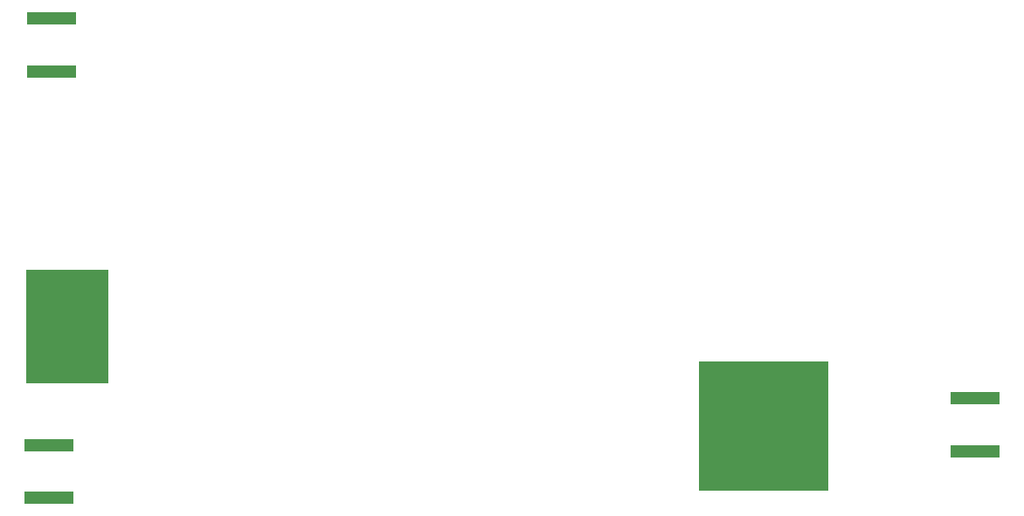
<source format=gbp>
G04 Layer: BottomPasteMaskLayer*
G04 EasyEDA v6.5.51, 2025-10-24 11:51:23*
G04 97615f8f373a41e584ce2743ba089a90,41e67a4a1722464fbd0118792d3d5ae6,10*
G04 Gerber Generator version 0.2*
G04 Scale: 100 percent, Rotated: No, Reflected: No *
G04 Dimensions in millimeters *
G04 leading zeros omitted , absolute positions ,4 integer and 5 decimal *
%FSLAX45Y45*%
%MOMM*%

%ADD10R,12.5000X12.5000*%
%ADD11R,4.8000X1.2000*%
%ADD12R,8.0000X11.0000*%
%ADD13R,0.0137X11.0000*%

%LPD*%
D10*
G01*
X7179995Y-7809992D03*
D11*
G01*
X259994Y-8504986D03*
G01*
X259994Y-7994980D03*
G01*
X9229979Y-7544993D03*
G01*
X9229979Y-8055000D03*
G01*
X279374Y-4370806D03*
G01*
X279374Y-3860800D03*
D12*
G01*
X434797Y-6849973D03*
M02*

</source>
